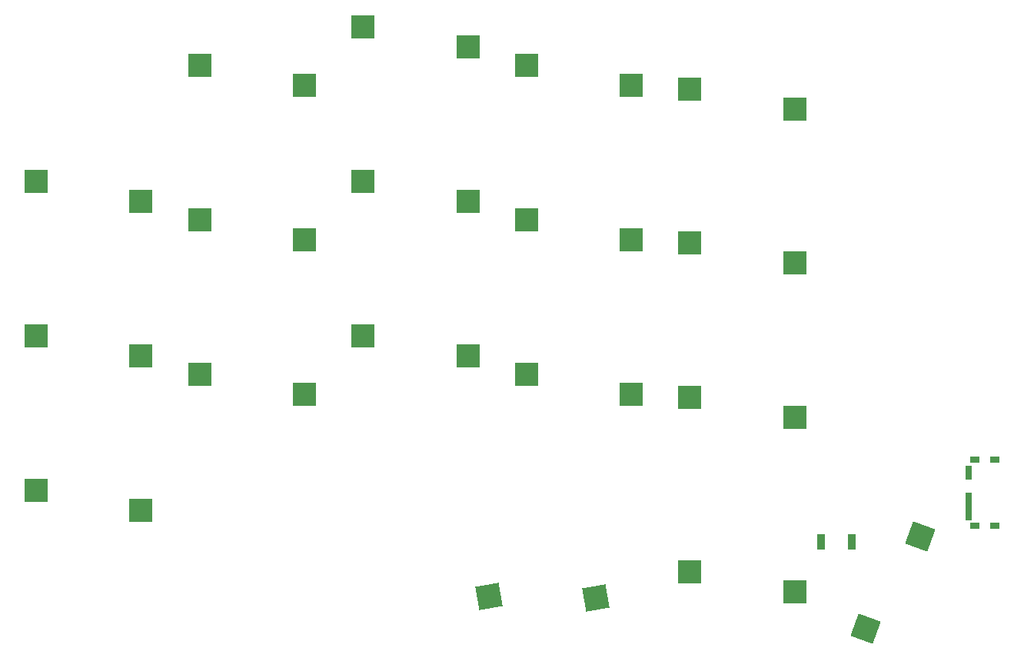
<source format=gbr>
%TF.GenerationSoftware,KiCad,Pcbnew,(6.0.9-0)*%
%TF.CreationDate,2022-12-30T09:12:30+01:00*%
%TF.ProjectId,beamer,6265616d-6572-42e6-9b69-6361645f7063,v1.0.0*%
%TF.SameCoordinates,Original*%
%TF.FileFunction,Paste,Bot*%
%TF.FilePolarity,Positive*%
%FSLAX46Y46*%
G04 Gerber Fmt 4.6, Leading zero omitted, Abs format (unit mm)*
G04 Created by KiCad (PCBNEW (6.0.9-0)) date 2022-12-30 09:12:30*
%MOMM*%
%LPD*%
G01*
G04 APERTURE LIST*
G04 Aperture macros list*
%AMRotRect*
0 Rectangle, with rotation*
0 The origin of the aperture is its center*
0 $1 length*
0 $2 width*
0 $3 Rotation angle, in degrees counterclockwise*
0 Add horizontal line*
21,1,$1,$2,0,0,$3*%
G04 Aperture macros list end*
%ADD10R,2.600000X2.600000*%
%ADD11RotRect,2.600000X2.600000X70.000000*%
%ADD12R,1.000000X0.800000*%
%ADD13R,0.700000X1.500000*%
%ADD14RotRect,2.600000X2.600000X10.000000*%
%ADD15R,0.900000X1.700000*%
G04 APERTURE END LIST*
D10*
%TO.C,*%
X153725000Y-150750000D03*
X165275000Y-152950000D03*
%TD*%
%TO.C,*%
X225725000Y-140550000D03*
X237275000Y-142750000D03*
%TD*%
%TO.C,*%
X225725000Y-123550000D03*
X237275000Y-125750000D03*
%TD*%
%TO.C,*%
X189725000Y-116750000D03*
X201275000Y-118950000D03*
%TD*%
%TO.C,*%
X189725000Y-99750000D03*
X201275000Y-101950000D03*
%TD*%
D11*
%TO.C,*%
X245066026Y-166001227D03*
X251083682Y-155900222D03*
%TD*%
D10*
%TO.C,*%
X207725000Y-121000000D03*
X219275000Y-123200000D03*
%TD*%
D12*
%TO.C,*%
X259320000Y-147400000D03*
X257110000Y-154700000D03*
X257110000Y-147400000D03*
X259320000Y-154700000D03*
D13*
X256460000Y-148800000D03*
X256460000Y-151800000D03*
X256460000Y-153300000D03*
%TD*%
D10*
%TO.C,*%
X171725000Y-138000000D03*
X183275000Y-140200000D03*
%TD*%
%TO.C,*%
X171725000Y-104000000D03*
X183275000Y-106200000D03*
%TD*%
%TO.C,*%
X153725000Y-116750000D03*
X165275000Y-118950000D03*
%TD*%
%TO.C,*%
X207725000Y-104000000D03*
X219275000Y-106200000D03*
%TD*%
%TO.C,*%
X225697654Y-159787433D03*
X237247654Y-161987433D03*
%TD*%
D14*
%TO.C,*%
X203602269Y-162451060D03*
X215358824Y-162612000D03*
%TD*%
D10*
%TO.C,*%
X207725000Y-138000000D03*
X219275000Y-140200000D03*
%TD*%
%TO.C,*%
X153725000Y-133750000D03*
X165275000Y-135950000D03*
%TD*%
%TO.C,*%
X225725000Y-106550000D03*
X237275000Y-108750000D03*
%TD*%
D15*
%TO.C,*%
X240155000Y-156490000D03*
X243555000Y-156490000D03*
%TD*%
D10*
%TO.C,*%
X189725000Y-133750000D03*
X201275000Y-135950000D03*
%TD*%
%TO.C,*%
X171725000Y-121000000D03*
X183275000Y-123200000D03*
%TD*%
M02*

</source>
